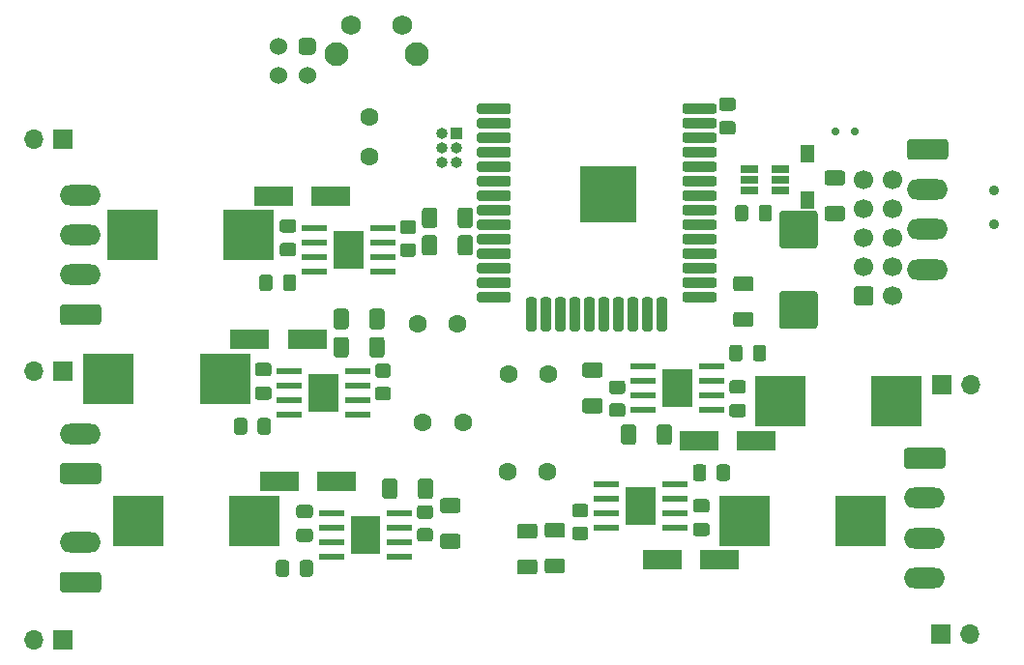
<source format=gbs>
G04 #@! TF.GenerationSoftware,KiCad,Pcbnew,(5.1.8)-1*
G04 #@! TF.CreationDate,2021-07-21T13:34:53+02:00*
G04 #@! TF.ProjectId,sensactHsLed,73656e73-6163-4744-9873-4c65642e6b69,rev?*
G04 #@! TF.SameCoordinates,Original*
G04 #@! TF.FileFunction,Soldermask,Bot*
G04 #@! TF.FilePolarity,Negative*
%FSLAX46Y46*%
G04 Gerber Fmt 4.6, Leading zero omitted, Abs format (unit mm)*
G04 Created by KiCad (PCBNEW (5.1.8)-1) date 2021-07-21 13:34:53*
%MOMM*%
%LPD*%
G01*
G04 APERTURE LIST*
%ADD10C,0.100000*%
%ADD11R,2.200000X0.600000*%
%ADD12O,3.600000X1.800000*%
%ADD13C,1.600000*%
%ADD14O,1.700000X1.700000*%
%ADD15R,1.700000X1.700000*%
%ADD16C,1.700000*%
%ADD17R,1.560000X0.650000*%
%ADD18R,1.200000X1.600000*%
%ADD19R,3.500000X1.800000*%
%ADD20R,4.400000X4.500000*%
%ADD21C,0.900000*%
%ADD22C,1.524000*%
%ADD23R,5.000000X5.000000*%
%ADD24O,1.000000X1.000000*%
%ADD25R,1.000000X1.000000*%
%ADD26C,0.700000*%
%ADD27C,2.100000*%
%ADD28C,1.750000*%
G04 APERTURE END LIST*
D10*
G36*
X160752000Y-143255000D02*
G01*
X160752000Y-139955000D01*
X163352000Y-139955000D01*
X163352000Y-143255000D01*
X160752000Y-143255000D01*
G37*
D11*
X165052000Y-143510000D03*
X165052000Y-142240000D03*
X165052000Y-140970000D03*
X165052000Y-139700000D03*
X159052000Y-139700000D03*
X159052000Y-140970000D03*
X159052000Y-142240000D03*
X159052000Y-143510000D03*
D10*
G36*
X163990500Y-132904500D02*
G01*
X163990500Y-129604500D01*
X166590500Y-129604500D01*
X166590500Y-132904500D01*
X163990500Y-132904500D01*
G37*
D11*
X168290500Y-133159500D03*
X168290500Y-131889500D03*
X168290500Y-130619500D03*
X168290500Y-129349500D03*
X162290500Y-129349500D03*
X162290500Y-130619500D03*
X162290500Y-131889500D03*
X162290500Y-133159500D03*
D10*
G36*
X139285500Y-142495000D02*
G01*
X139285500Y-145795000D01*
X136685500Y-145795000D01*
X136685500Y-142495000D01*
X139285500Y-142495000D01*
G37*
D11*
X134985500Y-142240000D03*
X134985500Y-143510000D03*
X134985500Y-144780000D03*
X134985500Y-146050000D03*
X140985500Y-146050000D03*
X140985500Y-144780000D03*
X140985500Y-143510000D03*
X140985500Y-142240000D03*
D10*
G36*
X135602500Y-130049000D02*
G01*
X135602500Y-133349000D01*
X133002500Y-133349000D01*
X133002500Y-130049000D01*
X135602500Y-130049000D01*
G37*
D11*
X131302500Y-129794000D03*
X131302500Y-131064000D03*
X131302500Y-132334000D03*
X131302500Y-133604000D03*
X137302500Y-133604000D03*
X137302500Y-132334000D03*
X137302500Y-131064000D03*
X137302500Y-129794000D03*
D10*
G36*
X137825000Y-117476000D02*
G01*
X137825000Y-120776000D01*
X135225000Y-120776000D01*
X135225000Y-117476000D01*
X137825000Y-117476000D01*
G37*
D11*
X133525000Y-117221000D03*
X133525000Y-118491000D03*
X133525000Y-119761000D03*
X133525000Y-121031000D03*
X139525000Y-121031000D03*
X139525000Y-119761000D03*
X139525000Y-118491000D03*
X139525000Y-117221000D03*
G36*
G01*
X177260000Y-119054000D02*
X174530000Y-119054000D01*
G75*
G02*
X174195000Y-118719000I0J335000D01*
G01*
X174195000Y-116039000D01*
G75*
G02*
X174530000Y-115704000I335000J0D01*
G01*
X177260000Y-115704000D01*
G75*
G02*
X177595000Y-116039000I0J-335000D01*
G01*
X177595000Y-118719000D01*
G75*
G02*
X177260000Y-119054000I-335000J0D01*
G01*
G37*
G36*
G01*
X177260000Y-126104000D02*
X174530000Y-126104000D01*
G75*
G02*
X174195000Y-125769000I0J335000D01*
G01*
X174195000Y-123089000D01*
G75*
G02*
X174530000Y-122754000I335000J0D01*
G01*
X177260000Y-122754000D01*
G75*
G02*
X177595000Y-123089000I0J-335000D01*
G01*
X177595000Y-125769000D01*
G75*
G02*
X177260000Y-126104000I-335000J0D01*
G01*
G37*
D12*
X187198000Y-120863000D03*
X187198000Y-117363000D03*
X187198000Y-113863000D03*
G36*
G01*
X185648000Y-109463000D02*
X188748000Y-109463000D01*
G75*
G02*
X188998000Y-109713000I0J-250000D01*
G01*
X188998000Y-111013000D01*
G75*
G02*
X188748000Y-111263000I-250000J0D01*
G01*
X185648000Y-111263000D01*
G75*
G02*
X185398000Y-111013000I0J250000D01*
G01*
X185398000Y-109713000D01*
G75*
G02*
X185648000Y-109463000I250000J0D01*
G01*
G37*
D13*
X146050000Y-125603000D03*
X142550000Y-125603000D03*
X138303000Y-107498000D03*
X138303000Y-110998000D03*
D14*
X191008000Y-130937000D03*
D15*
X188468000Y-130937000D03*
D12*
X113030000Y-135255000D03*
G36*
G01*
X114580000Y-139655000D02*
X111480000Y-139655000D01*
G75*
G02*
X111230000Y-139405000I0J250000D01*
G01*
X111230000Y-138105000D01*
G75*
G02*
X111480000Y-137855000I250000J0D01*
G01*
X114580000Y-137855000D01*
G75*
G02*
X114830000Y-138105000I0J-250000D01*
G01*
X114830000Y-139405000D01*
G75*
G02*
X114580000Y-139655000I-250000J0D01*
G01*
G37*
X113030000Y-144780000D03*
G36*
G01*
X114580000Y-149180000D02*
X111480000Y-149180000D01*
G75*
G02*
X111230000Y-148930000I0J250000D01*
G01*
X111230000Y-147630000D01*
G75*
G02*
X111480000Y-147380000I250000J0D01*
G01*
X114580000Y-147380000D01*
G75*
G02*
X114830000Y-147630000I0J-250000D01*
G01*
X114830000Y-148930000D01*
G75*
G02*
X114580000Y-149180000I-250000J0D01*
G01*
G37*
D16*
X184150000Y-113030000D03*
X184150000Y-115570000D03*
X184150000Y-118110000D03*
X184150000Y-120650000D03*
X184150000Y-123190000D03*
X181610000Y-113030000D03*
X181610000Y-115570000D03*
X181610000Y-118110000D03*
X181610000Y-120650000D03*
G36*
G01*
X180760000Y-123790000D02*
X180760000Y-122590000D01*
G75*
G02*
X181010000Y-122340000I250000J0D01*
G01*
X182210000Y-122340000D01*
G75*
G02*
X182460000Y-122590000I0J-250000D01*
G01*
X182460000Y-123790000D01*
G75*
G02*
X182210000Y-124040000I-250000J0D01*
G01*
X181010000Y-124040000D01*
G75*
G02*
X180760000Y-123790000I0J250000D01*
G01*
G37*
D17*
X174324000Y-113030000D03*
X174324000Y-113980000D03*
X174324000Y-112080000D03*
X171624000Y-112080000D03*
X171624000Y-113030000D03*
X171624000Y-113980000D03*
D18*
X176657000Y-110776000D03*
X176657000Y-114776000D03*
G36*
G01*
X171719001Y-122798000D02*
X170418999Y-122798000D01*
G75*
G02*
X170169000Y-122548001I0J249999D01*
G01*
X170169000Y-121722999D01*
G75*
G02*
X170418999Y-121473000I249999J0D01*
G01*
X171719001Y-121473000D01*
G75*
G02*
X171969000Y-121722999I0J-249999D01*
G01*
X171969000Y-122548001D01*
G75*
G02*
X171719001Y-122798000I-249999J0D01*
G01*
G37*
G36*
G01*
X171719001Y-125923000D02*
X170418999Y-125923000D01*
G75*
G02*
X170169000Y-125673001I0J249999D01*
G01*
X170169000Y-124847999D01*
G75*
G02*
X170418999Y-124598000I249999J0D01*
G01*
X171719001Y-124598000D01*
G75*
G02*
X171969000Y-124847999I0J-249999D01*
G01*
X171969000Y-125673001D01*
G75*
G02*
X171719001Y-125923000I-249999J0D01*
G01*
G37*
G36*
G01*
X171508000Y-115476000D02*
X171508000Y-116426000D01*
G75*
G02*
X171258000Y-116676000I-250000J0D01*
G01*
X170583000Y-116676000D01*
G75*
G02*
X170333000Y-116426000I0J250000D01*
G01*
X170333000Y-115476000D01*
G75*
G02*
X170583000Y-115226000I250000J0D01*
G01*
X171258000Y-115226000D01*
G75*
G02*
X171508000Y-115476000I0J-250000D01*
G01*
G37*
G36*
G01*
X173583000Y-115476000D02*
X173583000Y-116426000D01*
G75*
G02*
X173333000Y-116676000I-250000J0D01*
G01*
X172658000Y-116676000D01*
G75*
G02*
X172408000Y-116426000I0J250000D01*
G01*
X172408000Y-115476000D01*
G75*
G02*
X172658000Y-115226000I250000J0D01*
G01*
X173333000Y-115226000D01*
G75*
G02*
X173583000Y-115476000I0J-250000D01*
G01*
G37*
G36*
G01*
X178419999Y-115327000D02*
X179720001Y-115327000D01*
G75*
G02*
X179970000Y-115576999I0J-249999D01*
G01*
X179970000Y-116402001D01*
G75*
G02*
X179720001Y-116652000I-249999J0D01*
G01*
X178419999Y-116652000D01*
G75*
G02*
X178170000Y-116402001I0J249999D01*
G01*
X178170000Y-115576999D01*
G75*
G02*
X178419999Y-115327000I249999J0D01*
G01*
G37*
G36*
G01*
X178419999Y-112202000D02*
X179720001Y-112202000D01*
G75*
G02*
X179970000Y-112451999I0J-249999D01*
G01*
X179970000Y-113277001D01*
G75*
G02*
X179720001Y-113527000I-249999J0D01*
G01*
X178419999Y-113527000D01*
G75*
G02*
X178170000Y-113277001I0J249999D01*
G01*
X178170000Y-112451999D01*
G75*
G02*
X178419999Y-112202000I249999J0D01*
G01*
G37*
D19*
X163997000Y-146304000D03*
X168997000Y-146304000D03*
X167172000Y-135890000D03*
X172172000Y-135890000D03*
X135469000Y-139446000D03*
X130469000Y-139446000D03*
X132865500Y-127000000D03*
X127865500Y-127000000D03*
X134961000Y-114427000D03*
X129961000Y-114427000D03*
D14*
X190881000Y-152781000D03*
D15*
X188341000Y-152781000D03*
D14*
X108966000Y-153289000D03*
D15*
X111506000Y-153289000D03*
D14*
X108966000Y-129794000D03*
D15*
X111506000Y-129794000D03*
D14*
X108966000Y-109474000D03*
D15*
X111506000Y-109474000D03*
D20*
X174300200Y-132397500D03*
X184500200Y-132397500D03*
X128290000Y-142875000D03*
X118090000Y-142875000D03*
X171176000Y-142875000D03*
X181376000Y-142875000D03*
X125686500Y-130429000D03*
X115486500Y-130429000D03*
X127782000Y-117856000D03*
X117582000Y-117856000D03*
D13*
X150424000Y-138557000D03*
X153924000Y-138557000D03*
X150495000Y-130048000D03*
X153995000Y-130048000D03*
X146502000Y-134239000D03*
X143002000Y-134239000D03*
G36*
G01*
X128557000Y-131133000D02*
X129507000Y-131133000D01*
G75*
G02*
X129757000Y-131383000I0J-250000D01*
G01*
X129757000Y-132058000D01*
G75*
G02*
X129507000Y-132308000I-250000J0D01*
G01*
X128557000Y-132308000D01*
G75*
G02*
X128307000Y-132058000I0J250000D01*
G01*
X128307000Y-131383000D01*
G75*
G02*
X128557000Y-131133000I250000J0D01*
G01*
G37*
G36*
G01*
X128557000Y-129058000D02*
X129507000Y-129058000D01*
G75*
G02*
X129757000Y-129308000I0J-250000D01*
G01*
X129757000Y-129983000D01*
G75*
G02*
X129507000Y-130233000I-250000J0D01*
G01*
X128557000Y-130233000D01*
G75*
G02*
X128307000Y-129983000I0J250000D01*
G01*
X128307000Y-129308000D01*
G75*
G02*
X128557000Y-129058000I250000J0D01*
G01*
G37*
G36*
G01*
X146061000Y-117007401D02*
X146061000Y-115707399D01*
G75*
G02*
X146310999Y-115457400I249999J0D01*
G01*
X147136001Y-115457400D01*
G75*
G02*
X147386000Y-115707399I0J-249999D01*
G01*
X147386000Y-117007401D01*
G75*
G02*
X147136001Y-117257400I-249999J0D01*
G01*
X146310999Y-117257400D01*
G75*
G02*
X146061000Y-117007401I0J249999D01*
G01*
G37*
G36*
G01*
X142936000Y-117007401D02*
X142936000Y-115707399D01*
G75*
G02*
X143185999Y-115457400I249999J0D01*
G01*
X144011001Y-115457400D01*
G75*
G02*
X144261000Y-115707399I0J-249999D01*
G01*
X144261000Y-117007401D01*
G75*
G02*
X144011001Y-117257400I-249999J0D01*
G01*
X143185999Y-117257400D01*
G75*
G02*
X142936000Y-117007401I0J249999D01*
G01*
G37*
G36*
G01*
X129852000Y-121572000D02*
X129852000Y-122522000D01*
G75*
G02*
X129602000Y-122772000I-250000J0D01*
G01*
X128927000Y-122772000D01*
G75*
G02*
X128677000Y-122522000I0J250000D01*
G01*
X128677000Y-121572000D01*
G75*
G02*
X128927000Y-121322000I250000J0D01*
G01*
X129602000Y-121322000D01*
G75*
G02*
X129852000Y-121572000I0J-250000D01*
G01*
G37*
G36*
G01*
X131927000Y-121572000D02*
X131927000Y-122522000D01*
G75*
G02*
X131677000Y-122772000I-250000J0D01*
G01*
X131002000Y-122772000D01*
G75*
G02*
X130752000Y-122522000I0J250000D01*
G01*
X130752000Y-121572000D01*
G75*
G02*
X131002000Y-121322000I250000J0D01*
G01*
X131677000Y-121322000D01*
G75*
G02*
X131927000Y-121572000I0J-250000D01*
G01*
G37*
G36*
G01*
X130716000Y-118560000D02*
X131666000Y-118560000D01*
G75*
G02*
X131916000Y-118810000I0J-250000D01*
G01*
X131916000Y-119485000D01*
G75*
G02*
X131666000Y-119735000I-250000J0D01*
G01*
X130716000Y-119735000D01*
G75*
G02*
X130466000Y-119485000I0J250000D01*
G01*
X130466000Y-118810000D01*
G75*
G02*
X130716000Y-118560000I250000J0D01*
G01*
G37*
G36*
G01*
X130716000Y-116485000D02*
X131666000Y-116485000D01*
G75*
G02*
X131916000Y-116735000I0J-250000D01*
G01*
X131916000Y-117410000D01*
G75*
G02*
X131666000Y-117660000I-250000J0D01*
G01*
X130716000Y-117660000D01*
G75*
G02*
X130466000Y-117410000I0J250000D01*
G01*
X130466000Y-116735000D01*
G75*
G02*
X130716000Y-116485000I250000J0D01*
G01*
G37*
G36*
G01*
X146061000Y-119420401D02*
X146061000Y-118120399D01*
G75*
G02*
X146310999Y-117870400I249999J0D01*
G01*
X147136001Y-117870400D01*
G75*
G02*
X147386000Y-118120399I0J-249999D01*
G01*
X147386000Y-119420401D01*
G75*
G02*
X147136001Y-119670400I-249999J0D01*
G01*
X146310999Y-119670400D01*
G75*
G02*
X146061000Y-119420401I0J249999D01*
G01*
G37*
G36*
G01*
X142936000Y-119420401D02*
X142936000Y-118120399D01*
G75*
G02*
X143185999Y-117870400I249999J0D01*
G01*
X144011001Y-117870400D01*
G75*
G02*
X144261000Y-118120399I0J-249999D01*
G01*
X144261000Y-119420401D01*
G75*
G02*
X144011001Y-119670400I-249999J0D01*
G01*
X143185999Y-119670400D01*
G75*
G02*
X142936000Y-119420401I0J249999D01*
G01*
G37*
G36*
G01*
X136514000Y-127048499D02*
X136514000Y-128348501D01*
G75*
G02*
X136264001Y-128598500I-249999J0D01*
G01*
X135438999Y-128598500D01*
G75*
G02*
X135189000Y-128348501I0J249999D01*
G01*
X135189000Y-127048499D01*
G75*
G02*
X135438999Y-126798500I249999J0D01*
G01*
X136264001Y-126798500D01*
G75*
G02*
X136514000Y-127048499I0J-249999D01*
G01*
G37*
G36*
G01*
X139639000Y-127048499D02*
X139639000Y-128348501D01*
G75*
G02*
X139389001Y-128598500I-249999J0D01*
G01*
X138563999Y-128598500D01*
G75*
G02*
X138314000Y-128348501I0J249999D01*
G01*
X138314000Y-127048499D01*
G75*
G02*
X138563999Y-126798500I249999J0D01*
G01*
X139389001Y-126798500D01*
G75*
G02*
X139639000Y-127048499I0J-249999D01*
G01*
G37*
G36*
G01*
X136514000Y-124571999D02*
X136514000Y-125872001D01*
G75*
G02*
X136264001Y-126122000I-249999J0D01*
G01*
X135438999Y-126122000D01*
G75*
G02*
X135189000Y-125872001I0J249999D01*
G01*
X135189000Y-124571999D01*
G75*
G02*
X135438999Y-124322000I249999J0D01*
G01*
X136264001Y-124322000D01*
G75*
G02*
X136514000Y-124571999I0J-249999D01*
G01*
G37*
G36*
G01*
X139639000Y-124571999D02*
X139639000Y-125872001D01*
G75*
G02*
X139389001Y-126122000I-249999J0D01*
G01*
X138563999Y-126122000D01*
G75*
G02*
X138314000Y-125872001I0J249999D01*
G01*
X138314000Y-124571999D01*
G75*
G02*
X138563999Y-124322000I249999J0D01*
G01*
X139389001Y-124322000D01*
G75*
G02*
X139639000Y-124571999I0J-249999D01*
G01*
G37*
G36*
G01*
X127629500Y-134145000D02*
X127629500Y-135095000D01*
G75*
G02*
X127379500Y-135345000I-250000J0D01*
G01*
X126704500Y-135345000D01*
G75*
G02*
X126454500Y-135095000I0J250000D01*
G01*
X126454500Y-134145000D01*
G75*
G02*
X126704500Y-133895000I250000J0D01*
G01*
X127379500Y-133895000D01*
G75*
G02*
X127629500Y-134145000I0J-250000D01*
G01*
G37*
G36*
G01*
X129704500Y-134145000D02*
X129704500Y-135095000D01*
G75*
G02*
X129454500Y-135345000I-250000J0D01*
G01*
X128779500Y-135345000D01*
G75*
G02*
X128529500Y-135095000I0J250000D01*
G01*
X128529500Y-134145000D01*
G75*
G02*
X128779500Y-133895000I250000J0D01*
G01*
X129454500Y-133895000D01*
G75*
G02*
X129704500Y-134145000I0J-250000D01*
G01*
G37*
G36*
G01*
X140768500Y-139430999D02*
X140768500Y-140731001D01*
G75*
G02*
X140518501Y-140981000I-249999J0D01*
G01*
X139693499Y-140981000D01*
G75*
G02*
X139443500Y-140731001I0J249999D01*
G01*
X139443500Y-139430999D01*
G75*
G02*
X139693499Y-139181000I249999J0D01*
G01*
X140518501Y-139181000D01*
G75*
G02*
X140768500Y-139430999I0J-249999D01*
G01*
G37*
G36*
G01*
X143893500Y-139430999D02*
X143893500Y-140731001D01*
G75*
G02*
X143643501Y-140981000I-249999J0D01*
G01*
X142818499Y-140981000D01*
G75*
G02*
X142568500Y-140731001I0J249999D01*
G01*
X142568500Y-139430999D01*
G75*
G02*
X142818499Y-139181000I249999J0D01*
G01*
X143643501Y-139181000D01*
G75*
G02*
X143893500Y-139430999I0J-249999D01*
G01*
G37*
G36*
G01*
X144764999Y-144029000D02*
X146065001Y-144029000D01*
G75*
G02*
X146315000Y-144278999I0J-249999D01*
G01*
X146315000Y-145104001D01*
G75*
G02*
X146065001Y-145354000I-249999J0D01*
G01*
X144764999Y-145354000D01*
G75*
G02*
X144515000Y-145104001I0J249999D01*
G01*
X144515000Y-144278999D01*
G75*
G02*
X144764999Y-144029000I249999J0D01*
G01*
G37*
G36*
G01*
X144764999Y-140904000D02*
X146065001Y-140904000D01*
G75*
G02*
X146315000Y-141153999I0J-249999D01*
G01*
X146315000Y-141979001D01*
G75*
G02*
X146065001Y-142229000I-249999J0D01*
G01*
X144764999Y-142229000D01*
G75*
G02*
X144515000Y-141979001I0J249999D01*
G01*
X144515000Y-141153999D01*
G75*
G02*
X144764999Y-140904000I249999J0D01*
G01*
G37*
G36*
G01*
X131312500Y-146591000D02*
X131312500Y-147541000D01*
G75*
G02*
X131062500Y-147791000I-250000J0D01*
G01*
X130387500Y-147791000D01*
G75*
G02*
X130137500Y-147541000I0J250000D01*
G01*
X130137500Y-146591000D01*
G75*
G02*
X130387500Y-146341000I250000J0D01*
G01*
X131062500Y-146341000D01*
G75*
G02*
X131312500Y-146591000I0J-250000D01*
G01*
G37*
G36*
G01*
X133387500Y-146591000D02*
X133387500Y-147541000D01*
G75*
G02*
X133137500Y-147791000I-250000J0D01*
G01*
X132462500Y-147791000D01*
G75*
G02*
X132212500Y-147541000I0J250000D01*
G01*
X132212500Y-146591000D01*
G75*
G02*
X132462500Y-146341000I250000J0D01*
G01*
X133137500Y-146341000D01*
G75*
G02*
X133387500Y-146591000I0J-250000D01*
G01*
G37*
G36*
G01*
X132176500Y-143579000D02*
X133126500Y-143579000D01*
G75*
G02*
X133376500Y-143829000I0J-250000D01*
G01*
X133376500Y-144504000D01*
G75*
G02*
X133126500Y-144754000I-250000J0D01*
G01*
X132176500Y-144754000D01*
G75*
G02*
X131926500Y-144504000I0J250000D01*
G01*
X131926500Y-143829000D01*
G75*
G02*
X132176500Y-143579000I250000J0D01*
G01*
G37*
G36*
G01*
X132176500Y-141504000D02*
X133126500Y-141504000D01*
G75*
G02*
X133376500Y-141754000I0J-250000D01*
G01*
X133376500Y-142429000D01*
G75*
G02*
X133126500Y-142679000I-250000J0D01*
G01*
X132176500Y-142679000D01*
G75*
G02*
X131926500Y-142429000I0J250000D01*
G01*
X131926500Y-141754000D01*
G75*
G02*
X132176500Y-141504000I250000J0D01*
G01*
G37*
G36*
G01*
X158511001Y-130354500D02*
X157210999Y-130354500D01*
G75*
G02*
X156961000Y-130104501I0J249999D01*
G01*
X156961000Y-129279499D01*
G75*
G02*
X157210999Y-129029500I249999J0D01*
G01*
X158511001Y-129029500D01*
G75*
G02*
X158761000Y-129279499I0J-249999D01*
G01*
X158761000Y-130104501D01*
G75*
G02*
X158511001Y-130354500I-249999J0D01*
G01*
G37*
G36*
G01*
X158511001Y-133479500D02*
X157210999Y-133479500D01*
G75*
G02*
X156961000Y-133229501I0J249999D01*
G01*
X156961000Y-132404499D01*
G75*
G02*
X157210999Y-132154500I249999J0D01*
G01*
X158511001Y-132154500D01*
G75*
G02*
X158761000Y-132404499I0J-249999D01*
G01*
X158761000Y-133229501D01*
G75*
G02*
X158511001Y-133479500I-249999J0D01*
G01*
G37*
G36*
G01*
X163490000Y-135991001D02*
X163490000Y-134690999D01*
G75*
G02*
X163739999Y-134441000I249999J0D01*
G01*
X164565001Y-134441000D01*
G75*
G02*
X164815000Y-134690999I0J-249999D01*
G01*
X164815000Y-135991001D01*
G75*
G02*
X164565001Y-136241000I-249999J0D01*
G01*
X163739999Y-136241000D01*
G75*
G02*
X163490000Y-135991001I0J249999D01*
G01*
G37*
G36*
G01*
X160365000Y-135991001D02*
X160365000Y-134690999D01*
G75*
G02*
X160614999Y-134441000I249999J0D01*
G01*
X161440001Y-134441000D01*
G75*
G02*
X161690000Y-134690999I0J-249999D01*
G01*
X161690000Y-135991001D01*
G75*
G02*
X161440001Y-136241000I-249999J0D01*
G01*
X160614999Y-136241000D01*
G75*
G02*
X160365000Y-135991001I0J249999D01*
G01*
G37*
G36*
G01*
X171900000Y-128681500D02*
X171900000Y-127731500D01*
G75*
G02*
X172150000Y-127481500I250000J0D01*
G01*
X172825000Y-127481500D01*
G75*
G02*
X173075000Y-127731500I0J-250000D01*
G01*
X173075000Y-128681500D01*
G75*
G02*
X172825000Y-128931500I-250000J0D01*
G01*
X172150000Y-128931500D01*
G75*
G02*
X171900000Y-128681500I0J250000D01*
G01*
G37*
G36*
G01*
X169825000Y-128681500D02*
X169825000Y-127731500D01*
G75*
G02*
X170075000Y-127481500I250000J0D01*
G01*
X170750000Y-127481500D01*
G75*
G02*
X171000000Y-127731500I0J-250000D01*
G01*
X171000000Y-128681500D01*
G75*
G02*
X170750000Y-128931500I-250000J0D01*
G01*
X170075000Y-128931500D01*
G75*
G02*
X169825000Y-128681500I0J250000D01*
G01*
G37*
G36*
G01*
X171036000Y-131757000D02*
X170086000Y-131757000D01*
G75*
G02*
X169836000Y-131507000I0J250000D01*
G01*
X169836000Y-130832000D01*
G75*
G02*
X170086000Y-130582000I250000J0D01*
G01*
X171036000Y-130582000D01*
G75*
G02*
X171286000Y-130832000I0J-250000D01*
G01*
X171286000Y-131507000D01*
G75*
G02*
X171036000Y-131757000I-250000J0D01*
G01*
G37*
G36*
G01*
X171036000Y-133832000D02*
X170086000Y-133832000D01*
G75*
G02*
X169836000Y-133582000I0J250000D01*
G01*
X169836000Y-132907000D01*
G75*
G02*
X170086000Y-132657000I250000J0D01*
G01*
X171036000Y-132657000D01*
G75*
G02*
X171286000Y-132907000I0J-250000D01*
G01*
X171286000Y-133582000D01*
G75*
G02*
X171036000Y-133832000I-250000J0D01*
G01*
G37*
G36*
G01*
X167861000Y-142171000D02*
X166911000Y-142171000D01*
G75*
G02*
X166661000Y-141921000I0J250000D01*
G01*
X166661000Y-141246000D01*
G75*
G02*
X166911000Y-140996000I250000J0D01*
G01*
X167861000Y-140996000D01*
G75*
G02*
X168111000Y-141246000I0J-250000D01*
G01*
X168111000Y-141921000D01*
G75*
G02*
X167861000Y-142171000I-250000J0D01*
G01*
G37*
G36*
G01*
X167861000Y-144246000D02*
X166911000Y-144246000D01*
G75*
G02*
X166661000Y-143996000I0J250000D01*
G01*
X166661000Y-143321000D01*
G75*
G02*
X166911000Y-143071000I250000J0D01*
G01*
X167861000Y-143071000D01*
G75*
G02*
X168111000Y-143321000I0J-250000D01*
G01*
X168111000Y-143996000D01*
G75*
G02*
X167861000Y-144246000I-250000J0D01*
G01*
G37*
G36*
G01*
X143642501Y-142729000D02*
X142742499Y-142729000D01*
G75*
G02*
X142492500Y-142479001I0J249999D01*
G01*
X142492500Y-141778999D01*
G75*
G02*
X142742499Y-141529000I249999J0D01*
G01*
X143642501Y-141529000D01*
G75*
G02*
X143892500Y-141778999I0J-249999D01*
G01*
X143892500Y-142479001D01*
G75*
G02*
X143642501Y-142729000I-249999J0D01*
G01*
G37*
G36*
G01*
X143642501Y-144729000D02*
X142742499Y-144729000D01*
G75*
G02*
X142492500Y-144479001I0J249999D01*
G01*
X142492500Y-143778999D01*
G75*
G02*
X142742499Y-143529000I249999J0D01*
G01*
X143642501Y-143529000D01*
G75*
G02*
X143892500Y-143778999I0J-249999D01*
G01*
X143892500Y-144479001D01*
G75*
G02*
X143642501Y-144729000I-249999J0D01*
G01*
G37*
D12*
X113030000Y-114341000D03*
X113030000Y-117841000D03*
X113030000Y-121341000D03*
G36*
G01*
X114580000Y-125741000D02*
X111480000Y-125741000D01*
G75*
G02*
X111230000Y-125491000I0J250000D01*
G01*
X111230000Y-124191000D01*
G75*
G02*
X111480000Y-123941000I250000J0D01*
G01*
X114580000Y-123941000D01*
G75*
G02*
X114830000Y-124191000I0J-250000D01*
G01*
X114830000Y-125491000D01*
G75*
G02*
X114580000Y-125741000I-250000J0D01*
G01*
G37*
G36*
G01*
X159569999Y-132607000D02*
X160470001Y-132607000D01*
G75*
G02*
X160720000Y-132856999I0J-249999D01*
G01*
X160720000Y-133557001D01*
G75*
G02*
X160470001Y-133807000I-249999J0D01*
G01*
X159569999Y-133807000D01*
G75*
G02*
X159320000Y-133557001I0J249999D01*
G01*
X159320000Y-132856999D01*
G75*
G02*
X159569999Y-132607000I249999J0D01*
G01*
G37*
G36*
G01*
X159569999Y-130607000D02*
X160470001Y-130607000D01*
G75*
G02*
X160720000Y-130856999I0J-249999D01*
G01*
X160720000Y-131557001D01*
G75*
G02*
X160470001Y-131807000I-249999J0D01*
G01*
X159569999Y-131807000D01*
G75*
G02*
X159320000Y-131557001I0J249999D01*
G01*
X159320000Y-130856999D01*
G75*
G02*
X159569999Y-130607000I249999J0D01*
G01*
G37*
G36*
G01*
X153908999Y-146188000D02*
X155209001Y-146188000D01*
G75*
G02*
X155459000Y-146437999I0J-249999D01*
G01*
X155459000Y-147263001D01*
G75*
G02*
X155209001Y-147513000I-249999J0D01*
G01*
X153908999Y-147513000D01*
G75*
G02*
X153659000Y-147263001I0J249999D01*
G01*
X153659000Y-146437999D01*
G75*
G02*
X153908999Y-146188000I249999J0D01*
G01*
G37*
G36*
G01*
X153908999Y-143063000D02*
X155209001Y-143063000D01*
G75*
G02*
X155459000Y-143312999I0J-249999D01*
G01*
X155459000Y-144138001D01*
G75*
G02*
X155209001Y-144388000I-249999J0D01*
G01*
X153908999Y-144388000D01*
G75*
G02*
X153659000Y-144138001I0J249999D01*
G01*
X153659000Y-143312999D01*
G75*
G02*
X153908999Y-143063000I249999J0D01*
G01*
G37*
X186944000Y-147914000D03*
X186944000Y-144414000D03*
X186944000Y-140914000D03*
G36*
G01*
X185394000Y-136514000D02*
X188494000Y-136514000D01*
G75*
G02*
X188744000Y-136764000I0J-250000D01*
G01*
X188744000Y-138064000D01*
G75*
G02*
X188494000Y-138314000I-250000J0D01*
G01*
X185394000Y-138314000D01*
G75*
G02*
X185144000Y-138064000I0J250000D01*
G01*
X185144000Y-136764000D01*
G75*
G02*
X185394000Y-136514000I250000J0D01*
G01*
G37*
G36*
G01*
X168725000Y-139159000D02*
X168725000Y-138209000D01*
G75*
G02*
X168975000Y-137959000I250000J0D01*
G01*
X169650000Y-137959000D01*
G75*
G02*
X169900000Y-138209000I0J-250000D01*
G01*
X169900000Y-139159000D01*
G75*
G02*
X169650000Y-139409000I-250000J0D01*
G01*
X168975000Y-139409000D01*
G75*
G02*
X168725000Y-139159000I0J250000D01*
G01*
G37*
G36*
G01*
X166650000Y-139159000D02*
X166650000Y-138209000D01*
G75*
G02*
X166900000Y-137959000I250000J0D01*
G01*
X167575000Y-137959000D01*
G75*
G02*
X167825000Y-138209000I0J-250000D01*
G01*
X167825000Y-139159000D01*
G75*
G02*
X167575000Y-139409000I-250000J0D01*
G01*
X166900000Y-139409000D01*
G75*
G02*
X166650000Y-139159000I0J250000D01*
G01*
G37*
G36*
G01*
X151495999Y-146276500D02*
X152796001Y-146276500D01*
G75*
G02*
X153046000Y-146526499I0J-249999D01*
G01*
X153046000Y-147351501D01*
G75*
G02*
X152796001Y-147601500I-249999J0D01*
G01*
X151495999Y-147601500D01*
G75*
G02*
X151246000Y-147351501I0J249999D01*
G01*
X151246000Y-146526499D01*
G75*
G02*
X151495999Y-146276500I249999J0D01*
G01*
G37*
G36*
G01*
X151495999Y-143151500D02*
X152796001Y-143151500D01*
G75*
G02*
X153046000Y-143401499I0J-249999D01*
G01*
X153046000Y-144226501D01*
G75*
G02*
X152796001Y-144476500I-249999J0D01*
G01*
X151495999Y-144476500D01*
G75*
G02*
X151246000Y-144226501I0J249999D01*
G01*
X151246000Y-143401499D01*
G75*
G02*
X151495999Y-143151500I249999J0D01*
G01*
G37*
G36*
G01*
X139959501Y-130346500D02*
X139059499Y-130346500D01*
G75*
G02*
X138809500Y-130096501I0J249999D01*
G01*
X138809500Y-129396499D01*
G75*
G02*
X139059499Y-129146500I249999J0D01*
G01*
X139959501Y-129146500D01*
G75*
G02*
X140209500Y-129396499I0J-249999D01*
G01*
X140209500Y-130096501D01*
G75*
G02*
X139959501Y-130346500I-249999J0D01*
G01*
G37*
G36*
G01*
X139959501Y-132346500D02*
X139059499Y-132346500D01*
G75*
G02*
X138809500Y-132096501I0J249999D01*
G01*
X138809500Y-131396499D01*
G75*
G02*
X139059499Y-131146500I249999J0D01*
G01*
X139959501Y-131146500D01*
G75*
G02*
X140209500Y-131396499I0J-249999D01*
G01*
X140209500Y-132096501D01*
G75*
G02*
X139959501Y-132346500I-249999J0D01*
G01*
G37*
G36*
G01*
X142156601Y-117773500D02*
X141256599Y-117773500D01*
G75*
G02*
X141006600Y-117523501I0J249999D01*
G01*
X141006600Y-116823499D01*
G75*
G02*
X141256599Y-116573500I249999J0D01*
G01*
X142156601Y-116573500D01*
G75*
G02*
X142406600Y-116823499I0J-249999D01*
G01*
X142406600Y-117523501D01*
G75*
G02*
X142156601Y-117773500I-249999J0D01*
G01*
G37*
G36*
G01*
X142156601Y-119773500D02*
X141256599Y-119773500D01*
G75*
G02*
X141006600Y-119523501I0J249999D01*
G01*
X141006600Y-118823499D01*
G75*
G02*
X141256599Y-118573500I249999J0D01*
G01*
X142156601Y-118573500D01*
G75*
G02*
X142406600Y-118823499I0J-249999D01*
G01*
X142406600Y-119523501D01*
G75*
G02*
X142156601Y-119773500I-249999J0D01*
G01*
G37*
G36*
G01*
X156331499Y-143402000D02*
X157231501Y-143402000D01*
G75*
G02*
X157481500Y-143651999I0J-249999D01*
G01*
X157481500Y-144352001D01*
G75*
G02*
X157231501Y-144602000I-249999J0D01*
G01*
X156331499Y-144602000D01*
G75*
G02*
X156081500Y-144352001I0J249999D01*
G01*
X156081500Y-143651999D01*
G75*
G02*
X156331499Y-143402000I249999J0D01*
G01*
G37*
G36*
G01*
X156331499Y-141402000D02*
X157231501Y-141402000D01*
G75*
G02*
X157481500Y-141651999I0J-249999D01*
G01*
X157481500Y-142352001D01*
G75*
G02*
X157231501Y-142602000I-249999J0D01*
G01*
X156331499Y-142602000D01*
G75*
G02*
X156081500Y-142352001I0J249999D01*
G01*
X156081500Y-141651999D01*
G75*
G02*
X156331499Y-141402000I249999J0D01*
G01*
G37*
D21*
X193040000Y-113919000D03*
X193040000Y-116919000D03*
D22*
X130330000Y-103886000D03*
X132870000Y-103886000D03*
X130330000Y-101346000D03*
G36*
G01*
X132108000Y-101727000D02*
X132108000Y-100965000D01*
G75*
G02*
X132489000Y-100584000I381000J0D01*
G01*
X133251000Y-100584000D01*
G75*
G02*
X133632000Y-100965000I0J-381000D01*
G01*
X133632000Y-101727000D01*
G75*
G02*
X133251000Y-102108000I-381000J0D01*
G01*
X132489000Y-102108000D01*
G75*
G02*
X132108000Y-101727000I0J381000D01*
G01*
G37*
G36*
G01*
X147725000Y-107025000D02*
X147725000Y-106575000D01*
G75*
G02*
X147950000Y-106350000I225000J0D01*
G01*
X150500000Y-106350000D01*
G75*
G02*
X150725000Y-106575000I0J-225000D01*
G01*
X150725000Y-107025000D01*
G75*
G02*
X150500000Y-107250000I-225000J0D01*
G01*
X147950000Y-107250000D01*
G75*
G02*
X147725000Y-107025000I0J225000D01*
G01*
G37*
G36*
G01*
X147725000Y-108295000D02*
X147725000Y-107845000D01*
G75*
G02*
X147950000Y-107620000I225000J0D01*
G01*
X150500000Y-107620000D01*
G75*
G02*
X150725000Y-107845000I0J-225000D01*
G01*
X150725000Y-108295000D01*
G75*
G02*
X150500000Y-108520000I-225000J0D01*
G01*
X147950000Y-108520000D01*
G75*
G02*
X147725000Y-108295000I0J225000D01*
G01*
G37*
G36*
G01*
X147725000Y-109565000D02*
X147725000Y-109115000D01*
G75*
G02*
X147950000Y-108890000I225000J0D01*
G01*
X150500000Y-108890000D01*
G75*
G02*
X150725000Y-109115000I0J-225000D01*
G01*
X150725000Y-109565000D01*
G75*
G02*
X150500000Y-109790000I-225000J0D01*
G01*
X147950000Y-109790000D01*
G75*
G02*
X147725000Y-109565000I0J225000D01*
G01*
G37*
G36*
G01*
X147725000Y-110835000D02*
X147725000Y-110385000D01*
G75*
G02*
X147950000Y-110160000I225000J0D01*
G01*
X150500000Y-110160000D01*
G75*
G02*
X150725000Y-110385000I0J-225000D01*
G01*
X150725000Y-110835000D01*
G75*
G02*
X150500000Y-111060000I-225000J0D01*
G01*
X147950000Y-111060000D01*
G75*
G02*
X147725000Y-110835000I0J225000D01*
G01*
G37*
G36*
G01*
X147725000Y-112105000D02*
X147725000Y-111655000D01*
G75*
G02*
X147950000Y-111430000I225000J0D01*
G01*
X150500000Y-111430000D01*
G75*
G02*
X150725000Y-111655000I0J-225000D01*
G01*
X150725000Y-112105000D01*
G75*
G02*
X150500000Y-112330000I-225000J0D01*
G01*
X147950000Y-112330000D01*
G75*
G02*
X147725000Y-112105000I0J225000D01*
G01*
G37*
G36*
G01*
X147725000Y-113375000D02*
X147725000Y-112925000D01*
G75*
G02*
X147950000Y-112700000I225000J0D01*
G01*
X150500000Y-112700000D01*
G75*
G02*
X150725000Y-112925000I0J-225000D01*
G01*
X150725000Y-113375000D01*
G75*
G02*
X150500000Y-113600000I-225000J0D01*
G01*
X147950000Y-113600000D01*
G75*
G02*
X147725000Y-113375000I0J225000D01*
G01*
G37*
G36*
G01*
X147725000Y-114645000D02*
X147725000Y-114195000D01*
G75*
G02*
X147950000Y-113970000I225000J0D01*
G01*
X150500000Y-113970000D01*
G75*
G02*
X150725000Y-114195000I0J-225000D01*
G01*
X150725000Y-114645000D01*
G75*
G02*
X150500000Y-114870000I-225000J0D01*
G01*
X147950000Y-114870000D01*
G75*
G02*
X147725000Y-114645000I0J225000D01*
G01*
G37*
G36*
G01*
X147725000Y-115915000D02*
X147725000Y-115465000D01*
G75*
G02*
X147950000Y-115240000I225000J0D01*
G01*
X150500000Y-115240000D01*
G75*
G02*
X150725000Y-115465000I0J-225000D01*
G01*
X150725000Y-115915000D01*
G75*
G02*
X150500000Y-116140000I-225000J0D01*
G01*
X147950000Y-116140000D01*
G75*
G02*
X147725000Y-115915000I0J225000D01*
G01*
G37*
G36*
G01*
X147725000Y-117185000D02*
X147725000Y-116735000D01*
G75*
G02*
X147950000Y-116510000I225000J0D01*
G01*
X150500000Y-116510000D01*
G75*
G02*
X150725000Y-116735000I0J-225000D01*
G01*
X150725000Y-117185000D01*
G75*
G02*
X150500000Y-117410000I-225000J0D01*
G01*
X147950000Y-117410000D01*
G75*
G02*
X147725000Y-117185000I0J225000D01*
G01*
G37*
G36*
G01*
X147725000Y-118455000D02*
X147725000Y-118005000D01*
G75*
G02*
X147950000Y-117780000I225000J0D01*
G01*
X150500000Y-117780000D01*
G75*
G02*
X150725000Y-118005000I0J-225000D01*
G01*
X150725000Y-118455000D01*
G75*
G02*
X150500000Y-118680000I-225000J0D01*
G01*
X147950000Y-118680000D01*
G75*
G02*
X147725000Y-118455000I0J225000D01*
G01*
G37*
G36*
G01*
X147725000Y-119725000D02*
X147725000Y-119275000D01*
G75*
G02*
X147950000Y-119050000I225000J0D01*
G01*
X150500000Y-119050000D01*
G75*
G02*
X150725000Y-119275000I0J-225000D01*
G01*
X150725000Y-119725000D01*
G75*
G02*
X150500000Y-119950000I-225000J0D01*
G01*
X147950000Y-119950000D01*
G75*
G02*
X147725000Y-119725000I0J225000D01*
G01*
G37*
G36*
G01*
X147725000Y-120995000D02*
X147725000Y-120545000D01*
G75*
G02*
X147950000Y-120320000I225000J0D01*
G01*
X150500000Y-120320000D01*
G75*
G02*
X150725000Y-120545000I0J-225000D01*
G01*
X150725000Y-120995000D01*
G75*
G02*
X150500000Y-121220000I-225000J0D01*
G01*
X147950000Y-121220000D01*
G75*
G02*
X147725000Y-120995000I0J225000D01*
G01*
G37*
G36*
G01*
X147725000Y-122265000D02*
X147725000Y-121815000D01*
G75*
G02*
X147950000Y-121590000I225000J0D01*
G01*
X150500000Y-121590000D01*
G75*
G02*
X150725000Y-121815000I0J-225000D01*
G01*
X150725000Y-122265000D01*
G75*
G02*
X150500000Y-122490000I-225000J0D01*
G01*
X147950000Y-122490000D01*
G75*
G02*
X147725000Y-122265000I0J225000D01*
G01*
G37*
G36*
G01*
X147725000Y-123535000D02*
X147725000Y-123085000D01*
G75*
G02*
X147950000Y-122860000I225000J0D01*
G01*
X150500000Y-122860000D01*
G75*
G02*
X150725000Y-123085000I0J-225000D01*
G01*
X150725000Y-123535000D01*
G75*
G02*
X150500000Y-123760000I-225000J0D01*
G01*
X147950000Y-123760000D01*
G75*
G02*
X147725000Y-123535000I0J225000D01*
G01*
G37*
G36*
G01*
X152735000Y-126310000D02*
X152285000Y-126310000D01*
G75*
G02*
X152060000Y-126085000I0J225000D01*
G01*
X152060000Y-123535000D01*
G75*
G02*
X152285000Y-123310000I225000J0D01*
G01*
X152735000Y-123310000D01*
G75*
G02*
X152960000Y-123535000I0J-225000D01*
G01*
X152960000Y-126085000D01*
G75*
G02*
X152735000Y-126310000I-225000J0D01*
G01*
G37*
G36*
G01*
X154005000Y-126310000D02*
X153555000Y-126310000D01*
G75*
G02*
X153330000Y-126085000I0J225000D01*
G01*
X153330000Y-123535000D01*
G75*
G02*
X153555000Y-123310000I225000J0D01*
G01*
X154005000Y-123310000D01*
G75*
G02*
X154230000Y-123535000I0J-225000D01*
G01*
X154230000Y-126085000D01*
G75*
G02*
X154005000Y-126310000I-225000J0D01*
G01*
G37*
G36*
G01*
X155275000Y-126310000D02*
X154825000Y-126310000D01*
G75*
G02*
X154600000Y-126085000I0J225000D01*
G01*
X154600000Y-123535000D01*
G75*
G02*
X154825000Y-123310000I225000J0D01*
G01*
X155275000Y-123310000D01*
G75*
G02*
X155500000Y-123535000I0J-225000D01*
G01*
X155500000Y-126085000D01*
G75*
G02*
X155275000Y-126310000I-225000J0D01*
G01*
G37*
G36*
G01*
X156545000Y-126310000D02*
X156095000Y-126310000D01*
G75*
G02*
X155870000Y-126085000I0J225000D01*
G01*
X155870000Y-123535000D01*
G75*
G02*
X156095000Y-123310000I225000J0D01*
G01*
X156545000Y-123310000D01*
G75*
G02*
X156770000Y-123535000I0J-225000D01*
G01*
X156770000Y-126085000D01*
G75*
G02*
X156545000Y-126310000I-225000J0D01*
G01*
G37*
G36*
G01*
X157815000Y-126310000D02*
X157365000Y-126310000D01*
G75*
G02*
X157140000Y-126085000I0J225000D01*
G01*
X157140000Y-123535000D01*
G75*
G02*
X157365000Y-123310000I225000J0D01*
G01*
X157815000Y-123310000D01*
G75*
G02*
X158040000Y-123535000I0J-225000D01*
G01*
X158040000Y-126085000D01*
G75*
G02*
X157815000Y-126310000I-225000J0D01*
G01*
G37*
G36*
G01*
X159085000Y-126310000D02*
X158635000Y-126310000D01*
G75*
G02*
X158410000Y-126085000I0J225000D01*
G01*
X158410000Y-123535000D01*
G75*
G02*
X158635000Y-123310000I225000J0D01*
G01*
X159085000Y-123310000D01*
G75*
G02*
X159310000Y-123535000I0J-225000D01*
G01*
X159310000Y-126085000D01*
G75*
G02*
X159085000Y-126310000I-225000J0D01*
G01*
G37*
G36*
G01*
X160355000Y-126310000D02*
X159905000Y-126310000D01*
G75*
G02*
X159680000Y-126085000I0J225000D01*
G01*
X159680000Y-123535000D01*
G75*
G02*
X159905000Y-123310000I225000J0D01*
G01*
X160355000Y-123310000D01*
G75*
G02*
X160580000Y-123535000I0J-225000D01*
G01*
X160580000Y-126085000D01*
G75*
G02*
X160355000Y-126310000I-225000J0D01*
G01*
G37*
G36*
G01*
X161625000Y-126310000D02*
X161175000Y-126310000D01*
G75*
G02*
X160950000Y-126085000I0J225000D01*
G01*
X160950000Y-123535000D01*
G75*
G02*
X161175000Y-123310000I225000J0D01*
G01*
X161625000Y-123310000D01*
G75*
G02*
X161850000Y-123535000I0J-225000D01*
G01*
X161850000Y-126085000D01*
G75*
G02*
X161625000Y-126310000I-225000J0D01*
G01*
G37*
G36*
G01*
X162895000Y-126310000D02*
X162445000Y-126310000D01*
G75*
G02*
X162220000Y-126085000I0J225000D01*
G01*
X162220000Y-123535000D01*
G75*
G02*
X162445000Y-123310000I225000J0D01*
G01*
X162895000Y-123310000D01*
G75*
G02*
X163120000Y-123535000I0J-225000D01*
G01*
X163120000Y-126085000D01*
G75*
G02*
X162895000Y-126310000I-225000J0D01*
G01*
G37*
G36*
G01*
X164165000Y-126310000D02*
X163715000Y-126310000D01*
G75*
G02*
X163490000Y-126085000I0J225000D01*
G01*
X163490000Y-123535000D01*
G75*
G02*
X163715000Y-123310000I225000J0D01*
G01*
X164165000Y-123310000D01*
G75*
G02*
X164390000Y-123535000I0J-225000D01*
G01*
X164390000Y-126085000D01*
G75*
G02*
X164165000Y-126310000I-225000J0D01*
G01*
G37*
G36*
G01*
X168725000Y-123085000D02*
X168725000Y-123535000D01*
G75*
G02*
X168500000Y-123760000I-225000J0D01*
G01*
X165950000Y-123760000D01*
G75*
G02*
X165725000Y-123535000I0J225000D01*
G01*
X165725000Y-123085000D01*
G75*
G02*
X165950000Y-122860000I225000J0D01*
G01*
X168500000Y-122860000D01*
G75*
G02*
X168725000Y-123085000I0J-225000D01*
G01*
G37*
G36*
G01*
X168725000Y-121815000D02*
X168725000Y-122265000D01*
G75*
G02*
X168500000Y-122490000I-225000J0D01*
G01*
X165950000Y-122490000D01*
G75*
G02*
X165725000Y-122265000I0J225000D01*
G01*
X165725000Y-121815000D01*
G75*
G02*
X165950000Y-121590000I225000J0D01*
G01*
X168500000Y-121590000D01*
G75*
G02*
X168725000Y-121815000I0J-225000D01*
G01*
G37*
G36*
G01*
X168725000Y-120545000D02*
X168725000Y-120995000D01*
G75*
G02*
X168500000Y-121220000I-225000J0D01*
G01*
X165950000Y-121220000D01*
G75*
G02*
X165725000Y-120995000I0J225000D01*
G01*
X165725000Y-120545000D01*
G75*
G02*
X165950000Y-120320000I225000J0D01*
G01*
X168500000Y-120320000D01*
G75*
G02*
X168725000Y-120545000I0J-225000D01*
G01*
G37*
G36*
G01*
X168725000Y-119275000D02*
X168725000Y-119725000D01*
G75*
G02*
X168500000Y-119950000I-225000J0D01*
G01*
X165950000Y-119950000D01*
G75*
G02*
X165725000Y-119725000I0J225000D01*
G01*
X165725000Y-119275000D01*
G75*
G02*
X165950000Y-119050000I225000J0D01*
G01*
X168500000Y-119050000D01*
G75*
G02*
X168725000Y-119275000I0J-225000D01*
G01*
G37*
G36*
G01*
X168725000Y-118005000D02*
X168725000Y-118455000D01*
G75*
G02*
X168500000Y-118680000I-225000J0D01*
G01*
X165950000Y-118680000D01*
G75*
G02*
X165725000Y-118455000I0J225000D01*
G01*
X165725000Y-118005000D01*
G75*
G02*
X165950000Y-117780000I225000J0D01*
G01*
X168500000Y-117780000D01*
G75*
G02*
X168725000Y-118005000I0J-225000D01*
G01*
G37*
G36*
G01*
X168725000Y-116735000D02*
X168725000Y-117185000D01*
G75*
G02*
X168500000Y-117410000I-225000J0D01*
G01*
X165950000Y-117410000D01*
G75*
G02*
X165725000Y-117185000I0J225000D01*
G01*
X165725000Y-116735000D01*
G75*
G02*
X165950000Y-116510000I225000J0D01*
G01*
X168500000Y-116510000D01*
G75*
G02*
X168725000Y-116735000I0J-225000D01*
G01*
G37*
G36*
G01*
X168725000Y-115465000D02*
X168725000Y-115915000D01*
G75*
G02*
X168500000Y-116140000I-225000J0D01*
G01*
X165950000Y-116140000D01*
G75*
G02*
X165725000Y-115915000I0J225000D01*
G01*
X165725000Y-115465000D01*
G75*
G02*
X165950000Y-115240000I225000J0D01*
G01*
X168500000Y-115240000D01*
G75*
G02*
X168725000Y-115465000I0J-225000D01*
G01*
G37*
G36*
G01*
X168725000Y-114195000D02*
X168725000Y-114645000D01*
G75*
G02*
X168500000Y-114870000I-225000J0D01*
G01*
X165950000Y-114870000D01*
G75*
G02*
X165725000Y-114645000I0J225000D01*
G01*
X165725000Y-114195000D01*
G75*
G02*
X165950000Y-113970000I225000J0D01*
G01*
X168500000Y-113970000D01*
G75*
G02*
X168725000Y-114195000I0J-225000D01*
G01*
G37*
G36*
G01*
X168725000Y-112925000D02*
X168725000Y-113375000D01*
G75*
G02*
X168500000Y-113600000I-225000J0D01*
G01*
X165950000Y-113600000D01*
G75*
G02*
X165725000Y-113375000I0J225000D01*
G01*
X165725000Y-112925000D01*
G75*
G02*
X165950000Y-112700000I225000J0D01*
G01*
X168500000Y-112700000D01*
G75*
G02*
X168725000Y-112925000I0J-225000D01*
G01*
G37*
G36*
G01*
X168725000Y-111655000D02*
X168725000Y-112105000D01*
G75*
G02*
X168500000Y-112330000I-225000J0D01*
G01*
X165950000Y-112330000D01*
G75*
G02*
X165725000Y-112105000I0J225000D01*
G01*
X165725000Y-111655000D01*
G75*
G02*
X165950000Y-111430000I225000J0D01*
G01*
X168500000Y-111430000D01*
G75*
G02*
X168725000Y-111655000I0J-225000D01*
G01*
G37*
G36*
G01*
X168725000Y-110385000D02*
X168725000Y-110835000D01*
G75*
G02*
X168500000Y-111060000I-225000J0D01*
G01*
X165950000Y-111060000D01*
G75*
G02*
X165725000Y-110835000I0J225000D01*
G01*
X165725000Y-110385000D01*
G75*
G02*
X165950000Y-110160000I225000J0D01*
G01*
X168500000Y-110160000D01*
G75*
G02*
X168725000Y-110385000I0J-225000D01*
G01*
G37*
G36*
G01*
X168725000Y-109115000D02*
X168725000Y-109565000D01*
G75*
G02*
X168500000Y-109790000I-225000J0D01*
G01*
X165950000Y-109790000D01*
G75*
G02*
X165725000Y-109565000I0J225000D01*
G01*
X165725000Y-109115000D01*
G75*
G02*
X165950000Y-108890000I225000J0D01*
G01*
X168500000Y-108890000D01*
G75*
G02*
X168725000Y-109115000I0J-225000D01*
G01*
G37*
G36*
G01*
X168725000Y-107845000D02*
X168725000Y-108295000D01*
G75*
G02*
X168500000Y-108520000I-225000J0D01*
G01*
X165950000Y-108520000D01*
G75*
G02*
X165725000Y-108295000I0J225000D01*
G01*
X165725000Y-107845000D01*
G75*
G02*
X165950000Y-107620000I225000J0D01*
G01*
X168500000Y-107620000D01*
G75*
G02*
X168725000Y-107845000I0J-225000D01*
G01*
G37*
G36*
G01*
X168725000Y-106575000D02*
X168725000Y-107025000D01*
G75*
G02*
X168500000Y-107250000I-225000J0D01*
G01*
X165950000Y-107250000D01*
G75*
G02*
X165725000Y-107025000I0J225000D01*
G01*
X165725000Y-106575000D01*
G75*
G02*
X165950000Y-106350000I225000J0D01*
G01*
X168500000Y-106350000D01*
G75*
G02*
X168725000Y-106575000I0J-225000D01*
G01*
G37*
D23*
X159225000Y-114300000D03*
D24*
X144653000Y-111506000D03*
X145923000Y-111506000D03*
X144653000Y-110236000D03*
X145923000Y-110236000D03*
X144653000Y-108966000D03*
D25*
X145923000Y-108966000D03*
D26*
X179150000Y-108750000D03*
X180850000Y-108750000D03*
D27*
X142450000Y-101990000D03*
D28*
X141200000Y-99500000D03*
X136700000Y-99500000D03*
D27*
X135440000Y-101990000D03*
G36*
G01*
X170147000Y-106992000D02*
X169197000Y-106992000D01*
G75*
G02*
X168947000Y-106742000I0J250000D01*
G01*
X168947000Y-106067000D01*
G75*
G02*
X169197000Y-105817000I250000J0D01*
G01*
X170147000Y-105817000D01*
G75*
G02*
X170397000Y-106067000I0J-250000D01*
G01*
X170397000Y-106742000D01*
G75*
G02*
X170147000Y-106992000I-250000J0D01*
G01*
G37*
G36*
G01*
X170147000Y-109067000D02*
X169197000Y-109067000D01*
G75*
G02*
X168947000Y-108817000I0J250000D01*
G01*
X168947000Y-108142000D01*
G75*
G02*
X169197000Y-107892000I250000J0D01*
G01*
X170147000Y-107892000D01*
G75*
G02*
X170397000Y-108142000I0J-250000D01*
G01*
X170397000Y-108817000D01*
G75*
G02*
X170147000Y-109067000I-250000J0D01*
G01*
G37*
M02*

</source>
